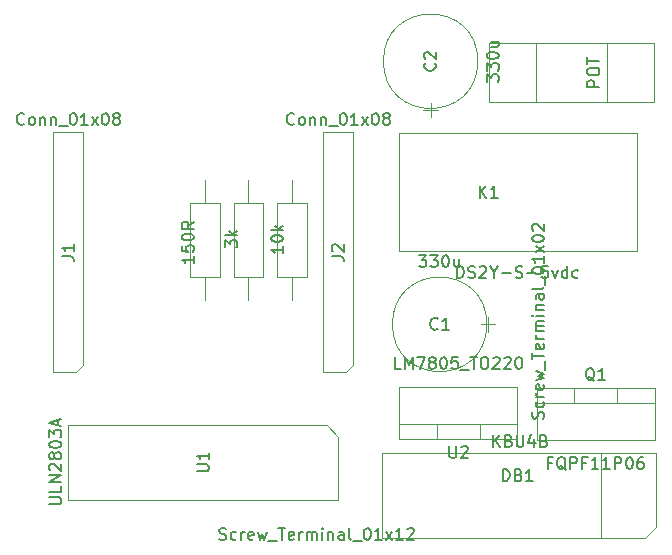
<source format=gbr>
G04 #@! TF.GenerationSoftware,KiCad,Pcbnew,(5.1.8)-1*
G04 #@! TF.CreationDate,2021-03-02T12:26:28+01:00*
G04 #@! TF.ProjectId,Lokstyrning,4c6f6b73-7479-4726-9e69-6e672e6b6963,rev?*
G04 #@! TF.SameCoordinates,Original*
G04 #@! TF.FileFunction,Other,Fab,Top*
%FSLAX46Y46*%
G04 Gerber Fmt 4.6, Leading zero omitted, Abs format (unit mm)*
G04 Created by KiCad (PCBNEW (5.1.8)-1) date 2021-03-02 12:26:28*
%MOMM*%
%LPD*%
G01*
G04 APERTURE LIST*
%ADD10C,0.120000*%
%ADD11C,0.100000*%
%ADD12C,0.150000*%
G04 APERTURE END LIST*
D10*
X221650000Y-104235000D02*
X221650000Y-97035000D01*
D11*
X226250000Y-103235000D02*
X226250000Y-97035000D01*
X225350000Y-104235000D02*
X226250000Y-103235000D01*
X203050000Y-104235000D02*
X225350000Y-104235000D01*
D10*
X203050000Y-97035000D02*
X203050000Y-104235000D01*
D11*
X226250000Y-97035000D02*
X203050000Y-97035000D01*
X224700000Y-69930000D02*
X224700000Y-79930000D01*
X224700000Y-79930000D02*
X204560000Y-79930000D01*
X204560000Y-79930000D02*
X204560000Y-69930000D01*
X204560000Y-69930000D02*
X224700000Y-69930000D01*
X199390000Y-95615000D02*
X199390000Y-100965000D01*
X199390000Y-100965000D02*
X176530000Y-100965000D01*
X176530000Y-100965000D02*
X176530000Y-94615000D01*
X176530000Y-94615000D02*
X198390000Y-94615000D01*
X198390000Y-94615000D02*
X199390000Y-95615000D01*
X177165000Y-90170000D02*
X175260000Y-90170000D01*
X175260000Y-90170000D02*
X175260000Y-69850000D01*
X175260000Y-69850000D02*
X177800000Y-69850000D01*
X177800000Y-69850000D02*
X177800000Y-89535000D01*
X177800000Y-89535000D02*
X177165000Y-90170000D01*
X200025000Y-90170000D02*
X198120000Y-90170000D01*
X198120000Y-90170000D02*
X198120000Y-69850000D01*
X198120000Y-69850000D02*
X200660000Y-69850000D01*
X200660000Y-69850000D02*
X200660000Y-89535000D01*
X200660000Y-89535000D02*
X200025000Y-90170000D01*
X189337000Y-75844000D02*
X186837000Y-75844000D01*
X186837000Y-75844000D02*
X186837000Y-82144000D01*
X186837000Y-82144000D02*
X189337000Y-82144000D01*
X189337000Y-82144000D02*
X189337000Y-75844000D01*
X188087000Y-73914000D02*
X188087000Y-75844000D01*
X188087000Y-84074000D02*
X188087000Y-82144000D01*
X190520000Y-82144000D02*
X193020000Y-82144000D01*
X193020000Y-82144000D02*
X193020000Y-75844000D01*
X193020000Y-75844000D02*
X190520000Y-75844000D01*
X190520000Y-75844000D02*
X190520000Y-82144000D01*
X191770000Y-84074000D02*
X191770000Y-82144000D01*
X191770000Y-73914000D02*
X191770000Y-75844000D01*
X212122000Y-62271900D02*
X226122000Y-62271900D01*
X226122000Y-62271900D02*
X226122000Y-67271900D01*
X226122000Y-67271900D02*
X212122000Y-67271900D01*
X212122000Y-67271900D02*
X212122000Y-62271900D01*
X216122000Y-67271900D02*
X222122000Y-67271900D01*
X222122000Y-67271900D02*
X222122000Y-62271900D01*
X222122000Y-62271900D02*
X216122000Y-62271900D01*
X216122000Y-62271900D02*
X216122000Y-67271900D01*
X214550000Y-95845000D02*
X214550000Y-91445000D01*
X214550000Y-91445000D02*
X204550000Y-91445000D01*
X204550000Y-91445000D02*
X204550000Y-95845000D01*
X204550000Y-95845000D02*
X214550000Y-95845000D01*
X214550000Y-94575000D02*
X204550000Y-94575000D01*
X211400000Y-95845000D02*
X211400000Y-94575000D01*
X207700000Y-95845000D02*
X207700000Y-94575000D01*
X211964400Y-86118700D02*
G75*
G03*
X211964400Y-86118700I-4000000J0D01*
G01*
X212664400Y-86118700D02*
X211464400Y-86118700D01*
X212064400Y-86768700D02*
X212064400Y-85468700D01*
X211200500Y-63844800D02*
G75*
G03*
X211200500Y-63844800I-4000000J0D01*
G01*
X207200500Y-68544800D02*
X207200500Y-67344800D01*
X206550500Y-67944800D02*
X207850500Y-67944800D01*
X216170500Y-91480000D02*
X216170500Y-95880000D01*
X216170500Y-95880000D02*
X226170500Y-95880000D01*
X226170500Y-95880000D02*
X226170500Y-91480000D01*
X226170500Y-91480000D02*
X216170500Y-91480000D01*
X216170500Y-92750000D02*
X226170500Y-92750000D01*
X219320500Y-91480000D02*
X219320500Y-92750000D01*
X223020500Y-91480000D02*
X223020500Y-92750000D01*
X196703000Y-75844000D02*
X194203000Y-75844000D01*
X194203000Y-75844000D02*
X194203000Y-82144000D01*
X194203000Y-82144000D02*
X196703000Y-82144000D01*
X196703000Y-82144000D02*
X196703000Y-75844000D01*
X195453000Y-73914000D02*
X195453000Y-75844000D01*
X195453000Y-84074000D02*
X195453000Y-82144000D01*
D12*
X212488095Y-96487380D02*
X212488095Y-95487380D01*
X213059523Y-96487380D02*
X212630952Y-95915952D01*
X213059523Y-95487380D02*
X212488095Y-96058809D01*
X213821428Y-95963571D02*
X213964285Y-96011190D01*
X214011904Y-96058809D01*
X214059523Y-96154047D01*
X214059523Y-96296904D01*
X214011904Y-96392142D01*
X213964285Y-96439761D01*
X213869047Y-96487380D01*
X213488095Y-96487380D01*
X213488095Y-95487380D01*
X213821428Y-95487380D01*
X213916666Y-95535000D01*
X213964285Y-95582619D01*
X214011904Y-95677857D01*
X214011904Y-95773095D01*
X213964285Y-95868333D01*
X213916666Y-95915952D01*
X213821428Y-95963571D01*
X213488095Y-95963571D01*
X214488095Y-95487380D02*
X214488095Y-96296904D01*
X214535714Y-96392142D01*
X214583333Y-96439761D01*
X214678571Y-96487380D01*
X214869047Y-96487380D01*
X214964285Y-96439761D01*
X215011904Y-96392142D01*
X215059523Y-96296904D01*
X215059523Y-95487380D01*
X215964285Y-95820714D02*
X215964285Y-96487380D01*
X215726190Y-95439761D02*
X215488095Y-96154047D01*
X216107142Y-96154047D01*
X216821428Y-95963571D02*
X216964285Y-96011190D01*
X217011904Y-96058809D01*
X217059523Y-96154047D01*
X217059523Y-96296904D01*
X217011904Y-96392142D01*
X216964285Y-96439761D01*
X216869047Y-96487380D01*
X216488095Y-96487380D01*
X216488095Y-95487380D01*
X216821428Y-95487380D01*
X216916666Y-95535000D01*
X216964285Y-95582619D01*
X217011904Y-95677857D01*
X217011904Y-95773095D01*
X216964285Y-95868333D01*
X216916666Y-95915952D01*
X216821428Y-95963571D01*
X216488095Y-95963571D01*
X213311904Y-99387380D02*
X213311904Y-98387380D01*
X213550000Y-98387380D01*
X213692857Y-98435000D01*
X213788095Y-98530238D01*
X213835714Y-98625476D01*
X213883333Y-98815952D01*
X213883333Y-98958809D01*
X213835714Y-99149285D01*
X213788095Y-99244523D01*
X213692857Y-99339761D01*
X213550000Y-99387380D01*
X213311904Y-99387380D01*
X214645238Y-98863571D02*
X214788095Y-98911190D01*
X214835714Y-98958809D01*
X214883333Y-99054047D01*
X214883333Y-99196904D01*
X214835714Y-99292142D01*
X214788095Y-99339761D01*
X214692857Y-99387380D01*
X214311904Y-99387380D01*
X214311904Y-98387380D01*
X214645238Y-98387380D01*
X214740476Y-98435000D01*
X214788095Y-98482619D01*
X214835714Y-98577857D01*
X214835714Y-98673095D01*
X214788095Y-98768333D01*
X214740476Y-98815952D01*
X214645238Y-98863571D01*
X214311904Y-98863571D01*
X215835714Y-99387380D02*
X215264285Y-99387380D01*
X215550000Y-99387380D02*
X215550000Y-98387380D01*
X215454761Y-98530238D01*
X215359523Y-98625476D01*
X215264285Y-98673095D01*
X209444761Y-82192380D02*
X209444761Y-81192380D01*
X209682857Y-81192380D01*
X209825714Y-81240000D01*
X209920952Y-81335238D01*
X209968571Y-81430476D01*
X210016190Y-81620952D01*
X210016190Y-81763809D01*
X209968571Y-81954285D01*
X209920952Y-82049523D01*
X209825714Y-82144761D01*
X209682857Y-82192380D01*
X209444761Y-82192380D01*
X210397142Y-82144761D02*
X210540000Y-82192380D01*
X210778095Y-82192380D01*
X210873333Y-82144761D01*
X210920952Y-82097142D01*
X210968571Y-82001904D01*
X210968571Y-81906666D01*
X210920952Y-81811428D01*
X210873333Y-81763809D01*
X210778095Y-81716190D01*
X210587619Y-81668571D01*
X210492380Y-81620952D01*
X210444761Y-81573333D01*
X210397142Y-81478095D01*
X210397142Y-81382857D01*
X210444761Y-81287619D01*
X210492380Y-81240000D01*
X210587619Y-81192380D01*
X210825714Y-81192380D01*
X210968571Y-81240000D01*
X211349523Y-81287619D02*
X211397142Y-81240000D01*
X211492380Y-81192380D01*
X211730476Y-81192380D01*
X211825714Y-81240000D01*
X211873333Y-81287619D01*
X211920952Y-81382857D01*
X211920952Y-81478095D01*
X211873333Y-81620952D01*
X211301904Y-82192380D01*
X211920952Y-82192380D01*
X212540000Y-81716190D02*
X212540000Y-82192380D01*
X212206666Y-81192380D02*
X212540000Y-81716190D01*
X212873333Y-81192380D01*
X213206666Y-81811428D02*
X213968571Y-81811428D01*
X214397142Y-82144761D02*
X214540000Y-82192380D01*
X214778095Y-82192380D01*
X214873333Y-82144761D01*
X214920952Y-82097142D01*
X214968571Y-82001904D01*
X214968571Y-81906666D01*
X214920952Y-81811428D01*
X214873333Y-81763809D01*
X214778095Y-81716190D01*
X214587619Y-81668571D01*
X214492380Y-81620952D01*
X214444761Y-81573333D01*
X214397142Y-81478095D01*
X214397142Y-81382857D01*
X214444761Y-81287619D01*
X214492380Y-81240000D01*
X214587619Y-81192380D01*
X214825714Y-81192380D01*
X214968571Y-81240000D01*
X215397142Y-81811428D02*
X216159047Y-81811428D01*
X217111428Y-81192380D02*
X216635238Y-81192380D01*
X216587619Y-81668571D01*
X216635238Y-81620952D01*
X216730476Y-81573333D01*
X216968571Y-81573333D01*
X217063809Y-81620952D01*
X217111428Y-81668571D01*
X217159047Y-81763809D01*
X217159047Y-82001904D01*
X217111428Y-82097142D01*
X217063809Y-82144761D01*
X216968571Y-82192380D01*
X216730476Y-82192380D01*
X216635238Y-82144761D01*
X216587619Y-82097142D01*
X217492380Y-81525714D02*
X217730476Y-82192380D01*
X217968571Y-81525714D01*
X218778095Y-82192380D02*
X218778095Y-81192380D01*
X218778095Y-82144761D02*
X218682857Y-82192380D01*
X218492380Y-82192380D01*
X218397142Y-82144761D01*
X218349523Y-82097142D01*
X218301904Y-82001904D01*
X218301904Y-81716190D01*
X218349523Y-81620952D01*
X218397142Y-81573333D01*
X218492380Y-81525714D01*
X218682857Y-81525714D01*
X218778095Y-81573333D01*
X219682857Y-82144761D02*
X219587619Y-82192380D01*
X219397142Y-82192380D01*
X219301904Y-82144761D01*
X219254285Y-82097142D01*
X219206666Y-82001904D01*
X219206666Y-81716190D01*
X219254285Y-81620952D01*
X219301904Y-81573333D01*
X219397142Y-81525714D01*
X219587619Y-81525714D01*
X219682857Y-81573333D01*
X211351904Y-75382380D02*
X211351904Y-74382380D01*
X211923333Y-75382380D02*
X211494761Y-74810952D01*
X211923333Y-74382380D02*
X211351904Y-74953809D01*
X212875714Y-75382380D02*
X212304285Y-75382380D01*
X212590000Y-75382380D02*
X212590000Y-74382380D01*
X212494761Y-74525238D01*
X212399523Y-74620476D01*
X212304285Y-74668095D01*
X174922380Y-101337619D02*
X175731904Y-101337619D01*
X175827142Y-101290000D01*
X175874761Y-101242380D01*
X175922380Y-101147142D01*
X175922380Y-100956666D01*
X175874761Y-100861428D01*
X175827142Y-100813809D01*
X175731904Y-100766190D01*
X174922380Y-100766190D01*
X175922380Y-99813809D02*
X175922380Y-100290000D01*
X174922380Y-100290000D01*
X175922380Y-99480476D02*
X174922380Y-99480476D01*
X175922380Y-98909047D01*
X174922380Y-98909047D01*
X175017619Y-98480476D02*
X174970000Y-98432857D01*
X174922380Y-98337619D01*
X174922380Y-98099523D01*
X174970000Y-98004285D01*
X175017619Y-97956666D01*
X175112857Y-97909047D01*
X175208095Y-97909047D01*
X175350952Y-97956666D01*
X175922380Y-98528095D01*
X175922380Y-97909047D01*
X175350952Y-97337619D02*
X175303333Y-97432857D01*
X175255714Y-97480476D01*
X175160476Y-97528095D01*
X175112857Y-97528095D01*
X175017619Y-97480476D01*
X174970000Y-97432857D01*
X174922380Y-97337619D01*
X174922380Y-97147142D01*
X174970000Y-97051904D01*
X175017619Y-97004285D01*
X175112857Y-96956666D01*
X175160476Y-96956666D01*
X175255714Y-97004285D01*
X175303333Y-97051904D01*
X175350952Y-97147142D01*
X175350952Y-97337619D01*
X175398571Y-97432857D01*
X175446190Y-97480476D01*
X175541428Y-97528095D01*
X175731904Y-97528095D01*
X175827142Y-97480476D01*
X175874761Y-97432857D01*
X175922380Y-97337619D01*
X175922380Y-97147142D01*
X175874761Y-97051904D01*
X175827142Y-97004285D01*
X175731904Y-96956666D01*
X175541428Y-96956666D01*
X175446190Y-97004285D01*
X175398571Y-97051904D01*
X175350952Y-97147142D01*
X174922380Y-96337619D02*
X174922380Y-96242380D01*
X174970000Y-96147142D01*
X175017619Y-96099523D01*
X175112857Y-96051904D01*
X175303333Y-96004285D01*
X175541428Y-96004285D01*
X175731904Y-96051904D01*
X175827142Y-96099523D01*
X175874761Y-96147142D01*
X175922380Y-96242380D01*
X175922380Y-96337619D01*
X175874761Y-96432857D01*
X175827142Y-96480476D01*
X175731904Y-96528095D01*
X175541428Y-96575714D01*
X175303333Y-96575714D01*
X175112857Y-96528095D01*
X175017619Y-96480476D01*
X174970000Y-96432857D01*
X174922380Y-96337619D01*
X174922380Y-95670952D02*
X174922380Y-95051904D01*
X175303333Y-95385238D01*
X175303333Y-95242380D01*
X175350952Y-95147142D01*
X175398571Y-95099523D01*
X175493809Y-95051904D01*
X175731904Y-95051904D01*
X175827142Y-95099523D01*
X175874761Y-95147142D01*
X175922380Y-95242380D01*
X175922380Y-95528095D01*
X175874761Y-95623333D01*
X175827142Y-95670952D01*
X175636666Y-94670952D02*
X175636666Y-94194761D01*
X175922380Y-94766190D02*
X174922380Y-94432857D01*
X175922380Y-94099523D01*
X187412380Y-98551904D02*
X188221904Y-98551904D01*
X188317142Y-98504285D01*
X188364761Y-98456666D01*
X188412380Y-98361428D01*
X188412380Y-98170952D01*
X188364761Y-98075714D01*
X188317142Y-98028095D01*
X188221904Y-97980476D01*
X187412380Y-97980476D01*
X188412380Y-96980476D02*
X188412380Y-97551904D01*
X188412380Y-97266190D02*
X187412380Y-97266190D01*
X187555238Y-97361428D01*
X187650476Y-97456666D01*
X187698095Y-97551904D01*
X172791904Y-69147142D02*
X172744285Y-69194761D01*
X172601428Y-69242380D01*
X172506190Y-69242380D01*
X172363333Y-69194761D01*
X172268095Y-69099523D01*
X172220476Y-69004285D01*
X172172857Y-68813809D01*
X172172857Y-68670952D01*
X172220476Y-68480476D01*
X172268095Y-68385238D01*
X172363333Y-68290000D01*
X172506190Y-68242380D01*
X172601428Y-68242380D01*
X172744285Y-68290000D01*
X172791904Y-68337619D01*
X173363333Y-69242380D02*
X173268095Y-69194761D01*
X173220476Y-69147142D01*
X173172857Y-69051904D01*
X173172857Y-68766190D01*
X173220476Y-68670952D01*
X173268095Y-68623333D01*
X173363333Y-68575714D01*
X173506190Y-68575714D01*
X173601428Y-68623333D01*
X173649047Y-68670952D01*
X173696666Y-68766190D01*
X173696666Y-69051904D01*
X173649047Y-69147142D01*
X173601428Y-69194761D01*
X173506190Y-69242380D01*
X173363333Y-69242380D01*
X174125238Y-68575714D02*
X174125238Y-69242380D01*
X174125238Y-68670952D02*
X174172857Y-68623333D01*
X174268095Y-68575714D01*
X174410952Y-68575714D01*
X174506190Y-68623333D01*
X174553809Y-68718571D01*
X174553809Y-69242380D01*
X175030000Y-68575714D02*
X175030000Y-69242380D01*
X175030000Y-68670952D02*
X175077619Y-68623333D01*
X175172857Y-68575714D01*
X175315714Y-68575714D01*
X175410952Y-68623333D01*
X175458571Y-68718571D01*
X175458571Y-69242380D01*
X175696666Y-69337619D02*
X176458571Y-69337619D01*
X176887142Y-68242380D02*
X176982380Y-68242380D01*
X177077619Y-68290000D01*
X177125238Y-68337619D01*
X177172857Y-68432857D01*
X177220476Y-68623333D01*
X177220476Y-68861428D01*
X177172857Y-69051904D01*
X177125238Y-69147142D01*
X177077619Y-69194761D01*
X176982380Y-69242380D01*
X176887142Y-69242380D01*
X176791904Y-69194761D01*
X176744285Y-69147142D01*
X176696666Y-69051904D01*
X176649047Y-68861428D01*
X176649047Y-68623333D01*
X176696666Y-68432857D01*
X176744285Y-68337619D01*
X176791904Y-68290000D01*
X176887142Y-68242380D01*
X178172857Y-69242380D02*
X177601428Y-69242380D01*
X177887142Y-69242380D02*
X177887142Y-68242380D01*
X177791904Y-68385238D01*
X177696666Y-68480476D01*
X177601428Y-68528095D01*
X178506190Y-69242380D02*
X179030000Y-68575714D01*
X178506190Y-68575714D02*
X179030000Y-69242380D01*
X179601428Y-68242380D02*
X179696666Y-68242380D01*
X179791904Y-68290000D01*
X179839523Y-68337619D01*
X179887142Y-68432857D01*
X179934761Y-68623333D01*
X179934761Y-68861428D01*
X179887142Y-69051904D01*
X179839523Y-69147142D01*
X179791904Y-69194761D01*
X179696666Y-69242380D01*
X179601428Y-69242380D01*
X179506190Y-69194761D01*
X179458571Y-69147142D01*
X179410952Y-69051904D01*
X179363333Y-68861428D01*
X179363333Y-68623333D01*
X179410952Y-68432857D01*
X179458571Y-68337619D01*
X179506190Y-68290000D01*
X179601428Y-68242380D01*
X180506190Y-68670952D02*
X180410952Y-68623333D01*
X180363333Y-68575714D01*
X180315714Y-68480476D01*
X180315714Y-68432857D01*
X180363333Y-68337619D01*
X180410952Y-68290000D01*
X180506190Y-68242380D01*
X180696666Y-68242380D01*
X180791904Y-68290000D01*
X180839523Y-68337619D01*
X180887142Y-68432857D01*
X180887142Y-68480476D01*
X180839523Y-68575714D01*
X180791904Y-68623333D01*
X180696666Y-68670952D01*
X180506190Y-68670952D01*
X180410952Y-68718571D01*
X180363333Y-68766190D01*
X180315714Y-68861428D01*
X180315714Y-69051904D01*
X180363333Y-69147142D01*
X180410952Y-69194761D01*
X180506190Y-69242380D01*
X180696666Y-69242380D01*
X180791904Y-69194761D01*
X180839523Y-69147142D01*
X180887142Y-69051904D01*
X180887142Y-68861428D01*
X180839523Y-68766190D01*
X180791904Y-68718571D01*
X180696666Y-68670952D01*
X175982380Y-80343333D02*
X176696666Y-80343333D01*
X176839523Y-80390952D01*
X176934761Y-80486190D01*
X176982380Y-80629047D01*
X176982380Y-80724285D01*
X176982380Y-79343333D02*
X176982380Y-79914761D01*
X176982380Y-79629047D02*
X175982380Y-79629047D01*
X176125238Y-79724285D01*
X176220476Y-79819523D01*
X176268095Y-79914761D01*
X195651904Y-69147142D02*
X195604285Y-69194761D01*
X195461428Y-69242380D01*
X195366190Y-69242380D01*
X195223333Y-69194761D01*
X195128095Y-69099523D01*
X195080476Y-69004285D01*
X195032857Y-68813809D01*
X195032857Y-68670952D01*
X195080476Y-68480476D01*
X195128095Y-68385238D01*
X195223333Y-68290000D01*
X195366190Y-68242380D01*
X195461428Y-68242380D01*
X195604285Y-68290000D01*
X195651904Y-68337619D01*
X196223333Y-69242380D02*
X196128095Y-69194761D01*
X196080476Y-69147142D01*
X196032857Y-69051904D01*
X196032857Y-68766190D01*
X196080476Y-68670952D01*
X196128095Y-68623333D01*
X196223333Y-68575714D01*
X196366190Y-68575714D01*
X196461428Y-68623333D01*
X196509047Y-68670952D01*
X196556666Y-68766190D01*
X196556666Y-69051904D01*
X196509047Y-69147142D01*
X196461428Y-69194761D01*
X196366190Y-69242380D01*
X196223333Y-69242380D01*
X196985238Y-68575714D02*
X196985238Y-69242380D01*
X196985238Y-68670952D02*
X197032857Y-68623333D01*
X197128095Y-68575714D01*
X197270952Y-68575714D01*
X197366190Y-68623333D01*
X197413809Y-68718571D01*
X197413809Y-69242380D01*
X197890000Y-68575714D02*
X197890000Y-69242380D01*
X197890000Y-68670952D02*
X197937619Y-68623333D01*
X198032857Y-68575714D01*
X198175714Y-68575714D01*
X198270952Y-68623333D01*
X198318571Y-68718571D01*
X198318571Y-69242380D01*
X198556666Y-69337619D02*
X199318571Y-69337619D01*
X199747142Y-68242380D02*
X199842380Y-68242380D01*
X199937619Y-68290000D01*
X199985238Y-68337619D01*
X200032857Y-68432857D01*
X200080476Y-68623333D01*
X200080476Y-68861428D01*
X200032857Y-69051904D01*
X199985238Y-69147142D01*
X199937619Y-69194761D01*
X199842380Y-69242380D01*
X199747142Y-69242380D01*
X199651904Y-69194761D01*
X199604285Y-69147142D01*
X199556666Y-69051904D01*
X199509047Y-68861428D01*
X199509047Y-68623333D01*
X199556666Y-68432857D01*
X199604285Y-68337619D01*
X199651904Y-68290000D01*
X199747142Y-68242380D01*
X201032857Y-69242380D02*
X200461428Y-69242380D01*
X200747142Y-69242380D02*
X200747142Y-68242380D01*
X200651904Y-68385238D01*
X200556666Y-68480476D01*
X200461428Y-68528095D01*
X201366190Y-69242380D02*
X201890000Y-68575714D01*
X201366190Y-68575714D02*
X201890000Y-69242380D01*
X202461428Y-68242380D02*
X202556666Y-68242380D01*
X202651904Y-68290000D01*
X202699523Y-68337619D01*
X202747142Y-68432857D01*
X202794761Y-68623333D01*
X202794761Y-68861428D01*
X202747142Y-69051904D01*
X202699523Y-69147142D01*
X202651904Y-69194761D01*
X202556666Y-69242380D01*
X202461428Y-69242380D01*
X202366190Y-69194761D01*
X202318571Y-69147142D01*
X202270952Y-69051904D01*
X202223333Y-68861428D01*
X202223333Y-68623333D01*
X202270952Y-68432857D01*
X202318571Y-68337619D01*
X202366190Y-68290000D01*
X202461428Y-68242380D01*
X203366190Y-68670952D02*
X203270952Y-68623333D01*
X203223333Y-68575714D01*
X203175714Y-68480476D01*
X203175714Y-68432857D01*
X203223333Y-68337619D01*
X203270952Y-68290000D01*
X203366190Y-68242380D01*
X203556666Y-68242380D01*
X203651904Y-68290000D01*
X203699523Y-68337619D01*
X203747142Y-68432857D01*
X203747142Y-68480476D01*
X203699523Y-68575714D01*
X203651904Y-68623333D01*
X203556666Y-68670952D01*
X203366190Y-68670952D01*
X203270952Y-68718571D01*
X203223333Y-68766190D01*
X203175714Y-68861428D01*
X203175714Y-69051904D01*
X203223333Y-69147142D01*
X203270952Y-69194761D01*
X203366190Y-69242380D01*
X203556666Y-69242380D01*
X203651904Y-69194761D01*
X203699523Y-69147142D01*
X203747142Y-69051904D01*
X203747142Y-68861428D01*
X203699523Y-68766190D01*
X203651904Y-68718571D01*
X203556666Y-68670952D01*
X198842380Y-80343333D02*
X199556666Y-80343333D01*
X199699523Y-80390952D01*
X199794761Y-80486190D01*
X199842380Y-80629047D01*
X199842380Y-80724285D01*
X198937619Y-79914761D02*
X198890000Y-79867142D01*
X198842380Y-79771904D01*
X198842380Y-79533809D01*
X198890000Y-79438571D01*
X198937619Y-79390952D01*
X199032857Y-79343333D01*
X199128095Y-79343333D01*
X199270952Y-79390952D01*
X199842380Y-79962380D01*
X199842380Y-79343333D01*
X187142380Y-80351166D02*
X187142380Y-80922595D01*
X187142380Y-80636880D02*
X186142380Y-80636880D01*
X186285238Y-80732119D01*
X186380476Y-80827357D01*
X186428095Y-80922595D01*
X186142380Y-79446404D02*
X186142380Y-79922595D01*
X186618571Y-79970214D01*
X186570952Y-79922595D01*
X186523333Y-79827357D01*
X186523333Y-79589261D01*
X186570952Y-79494023D01*
X186618571Y-79446404D01*
X186713809Y-79398785D01*
X186951904Y-79398785D01*
X187047142Y-79446404D01*
X187094761Y-79494023D01*
X187142380Y-79589261D01*
X187142380Y-79827357D01*
X187094761Y-79922595D01*
X187047142Y-79970214D01*
X186142380Y-78779738D02*
X186142380Y-78684500D01*
X186190000Y-78589261D01*
X186237619Y-78541642D01*
X186332857Y-78494023D01*
X186523333Y-78446404D01*
X186761428Y-78446404D01*
X186951904Y-78494023D01*
X187047142Y-78541642D01*
X187094761Y-78589261D01*
X187142380Y-78684500D01*
X187142380Y-78779738D01*
X187094761Y-78874976D01*
X187047142Y-78922595D01*
X186951904Y-78970214D01*
X186761428Y-79017833D01*
X186523333Y-79017833D01*
X186332857Y-78970214D01*
X186237619Y-78922595D01*
X186190000Y-78874976D01*
X186142380Y-78779738D01*
X187142380Y-77446404D02*
X186666190Y-77779738D01*
X187142380Y-78017833D02*
X186142380Y-78017833D01*
X186142380Y-77636880D01*
X186190000Y-77541642D01*
X186237619Y-77494023D01*
X186332857Y-77446404D01*
X186475714Y-77446404D01*
X186570952Y-77494023D01*
X186618571Y-77541642D01*
X186666190Y-77636880D01*
X186666190Y-78017833D01*
X189825380Y-79605095D02*
X189825380Y-78986047D01*
X190206333Y-79319380D01*
X190206333Y-79176523D01*
X190253952Y-79081285D01*
X190301571Y-79033666D01*
X190396809Y-78986047D01*
X190634904Y-78986047D01*
X190730142Y-79033666D01*
X190777761Y-79081285D01*
X190825380Y-79176523D01*
X190825380Y-79462238D01*
X190777761Y-79557476D01*
X190730142Y-79605095D01*
X190825380Y-78557476D02*
X189825380Y-78557476D01*
X190444428Y-78462238D02*
X190825380Y-78176523D01*
X190158714Y-78176523D02*
X190539666Y-78557476D01*
X221483180Y-66000166D02*
X220483180Y-66000166D01*
X220483180Y-65619214D01*
X220530800Y-65523976D01*
X220578419Y-65476357D01*
X220673657Y-65428738D01*
X220816514Y-65428738D01*
X220911752Y-65476357D01*
X220959371Y-65523976D01*
X221006990Y-65619214D01*
X221006990Y-66000166D01*
X220483180Y-64809690D02*
X220483180Y-64619214D01*
X220530800Y-64523976D01*
X220626038Y-64428738D01*
X220816514Y-64381119D01*
X221149847Y-64381119D01*
X221340323Y-64428738D01*
X221435561Y-64523976D01*
X221483180Y-64619214D01*
X221483180Y-64809690D01*
X221435561Y-64904928D01*
X221340323Y-65000166D01*
X221149847Y-65047785D01*
X220816514Y-65047785D01*
X220626038Y-65000166D01*
X220530800Y-64904928D01*
X220483180Y-64809690D01*
X220483180Y-64095404D02*
X220483180Y-63523976D01*
X221483180Y-63809690D02*
X220483180Y-63809690D01*
X204669047Y-89877380D02*
X204192857Y-89877380D01*
X204192857Y-88877380D01*
X205002380Y-89877380D02*
X205002380Y-88877380D01*
X205335714Y-89591666D01*
X205669047Y-88877380D01*
X205669047Y-89877380D01*
X206050000Y-88877380D02*
X206716666Y-88877380D01*
X206288095Y-89877380D01*
X207240476Y-89305952D02*
X207145238Y-89258333D01*
X207097619Y-89210714D01*
X207050000Y-89115476D01*
X207050000Y-89067857D01*
X207097619Y-88972619D01*
X207145238Y-88925000D01*
X207240476Y-88877380D01*
X207430952Y-88877380D01*
X207526190Y-88925000D01*
X207573809Y-88972619D01*
X207621428Y-89067857D01*
X207621428Y-89115476D01*
X207573809Y-89210714D01*
X207526190Y-89258333D01*
X207430952Y-89305952D01*
X207240476Y-89305952D01*
X207145238Y-89353571D01*
X207097619Y-89401190D01*
X207050000Y-89496428D01*
X207050000Y-89686904D01*
X207097619Y-89782142D01*
X207145238Y-89829761D01*
X207240476Y-89877380D01*
X207430952Y-89877380D01*
X207526190Y-89829761D01*
X207573809Y-89782142D01*
X207621428Y-89686904D01*
X207621428Y-89496428D01*
X207573809Y-89401190D01*
X207526190Y-89353571D01*
X207430952Y-89305952D01*
X208240476Y-88877380D02*
X208335714Y-88877380D01*
X208430952Y-88925000D01*
X208478571Y-88972619D01*
X208526190Y-89067857D01*
X208573809Y-89258333D01*
X208573809Y-89496428D01*
X208526190Y-89686904D01*
X208478571Y-89782142D01*
X208430952Y-89829761D01*
X208335714Y-89877380D01*
X208240476Y-89877380D01*
X208145238Y-89829761D01*
X208097619Y-89782142D01*
X208050000Y-89686904D01*
X208002380Y-89496428D01*
X208002380Y-89258333D01*
X208050000Y-89067857D01*
X208097619Y-88972619D01*
X208145238Y-88925000D01*
X208240476Y-88877380D01*
X209478571Y-88877380D02*
X209002380Y-88877380D01*
X208954761Y-89353571D01*
X209002380Y-89305952D01*
X209097619Y-89258333D01*
X209335714Y-89258333D01*
X209430952Y-89305952D01*
X209478571Y-89353571D01*
X209526190Y-89448809D01*
X209526190Y-89686904D01*
X209478571Y-89782142D01*
X209430952Y-89829761D01*
X209335714Y-89877380D01*
X209097619Y-89877380D01*
X209002380Y-89829761D01*
X208954761Y-89782142D01*
X209716666Y-89972619D02*
X210478571Y-89972619D01*
X210573809Y-88877380D02*
X211145238Y-88877380D01*
X210859523Y-89877380D02*
X210859523Y-88877380D01*
X211669047Y-88877380D02*
X211859523Y-88877380D01*
X211954761Y-88925000D01*
X212050000Y-89020238D01*
X212097619Y-89210714D01*
X212097619Y-89544047D01*
X212050000Y-89734523D01*
X211954761Y-89829761D01*
X211859523Y-89877380D01*
X211669047Y-89877380D01*
X211573809Y-89829761D01*
X211478571Y-89734523D01*
X211430952Y-89544047D01*
X211430952Y-89210714D01*
X211478571Y-89020238D01*
X211573809Y-88925000D01*
X211669047Y-88877380D01*
X212478571Y-88972619D02*
X212526190Y-88925000D01*
X212621428Y-88877380D01*
X212859523Y-88877380D01*
X212954761Y-88925000D01*
X213002380Y-88972619D01*
X213050000Y-89067857D01*
X213050000Y-89163095D01*
X213002380Y-89305952D01*
X212430952Y-89877380D01*
X213050000Y-89877380D01*
X213430952Y-88972619D02*
X213478571Y-88925000D01*
X213573809Y-88877380D01*
X213811904Y-88877380D01*
X213907142Y-88925000D01*
X213954761Y-88972619D01*
X214002380Y-89067857D01*
X214002380Y-89163095D01*
X213954761Y-89305952D01*
X213383333Y-89877380D01*
X214002380Y-89877380D01*
X214621428Y-88877380D02*
X214716666Y-88877380D01*
X214811904Y-88925000D01*
X214859523Y-88972619D01*
X214907142Y-89067857D01*
X214954761Y-89258333D01*
X214954761Y-89496428D01*
X214907142Y-89686904D01*
X214859523Y-89782142D01*
X214811904Y-89829761D01*
X214716666Y-89877380D01*
X214621428Y-89877380D01*
X214526190Y-89829761D01*
X214478571Y-89782142D01*
X214430952Y-89686904D01*
X214383333Y-89496428D01*
X214383333Y-89258333D01*
X214430952Y-89067857D01*
X214478571Y-88972619D01*
X214526190Y-88925000D01*
X214621428Y-88877380D01*
X208788095Y-96417380D02*
X208788095Y-97226904D01*
X208835714Y-97322142D01*
X208883333Y-97369761D01*
X208978571Y-97417380D01*
X209169047Y-97417380D01*
X209264285Y-97369761D01*
X209311904Y-97322142D01*
X209359523Y-97226904D01*
X209359523Y-96417380D01*
X209788095Y-96512619D02*
X209835714Y-96465000D01*
X209930952Y-96417380D01*
X210169047Y-96417380D01*
X210264285Y-96465000D01*
X210311904Y-96512619D01*
X210359523Y-96607857D01*
X210359523Y-96703095D01*
X210311904Y-96845952D01*
X209740476Y-97417380D01*
X210359523Y-97417380D01*
X206226304Y-80261080D02*
X206845352Y-80261080D01*
X206512019Y-80642033D01*
X206654876Y-80642033D01*
X206750114Y-80689652D01*
X206797733Y-80737271D01*
X206845352Y-80832509D01*
X206845352Y-81070604D01*
X206797733Y-81165842D01*
X206750114Y-81213461D01*
X206654876Y-81261080D01*
X206369161Y-81261080D01*
X206273923Y-81213461D01*
X206226304Y-81165842D01*
X207178685Y-80261080D02*
X207797733Y-80261080D01*
X207464400Y-80642033D01*
X207607257Y-80642033D01*
X207702495Y-80689652D01*
X207750114Y-80737271D01*
X207797733Y-80832509D01*
X207797733Y-81070604D01*
X207750114Y-81165842D01*
X207702495Y-81213461D01*
X207607257Y-81261080D01*
X207321542Y-81261080D01*
X207226304Y-81213461D01*
X207178685Y-81165842D01*
X208416780Y-80261080D02*
X208512019Y-80261080D01*
X208607257Y-80308700D01*
X208654876Y-80356319D01*
X208702495Y-80451557D01*
X208750114Y-80642033D01*
X208750114Y-80880128D01*
X208702495Y-81070604D01*
X208654876Y-81165842D01*
X208607257Y-81213461D01*
X208512019Y-81261080D01*
X208416780Y-81261080D01*
X208321542Y-81213461D01*
X208273923Y-81165842D01*
X208226304Y-81070604D01*
X208178685Y-80880128D01*
X208178685Y-80642033D01*
X208226304Y-80451557D01*
X208273923Y-80356319D01*
X208321542Y-80308700D01*
X208416780Y-80261080D01*
X209607257Y-80594414D02*
X209607257Y-81261080D01*
X209178685Y-80594414D02*
X209178685Y-81118223D01*
X209226304Y-81213461D01*
X209321542Y-81261080D01*
X209464400Y-81261080D01*
X209559638Y-81213461D01*
X209607257Y-81165842D01*
X207797733Y-86475842D02*
X207750114Y-86523461D01*
X207607257Y-86571080D01*
X207512019Y-86571080D01*
X207369161Y-86523461D01*
X207273923Y-86428223D01*
X207226304Y-86332985D01*
X207178685Y-86142509D01*
X207178685Y-85999652D01*
X207226304Y-85809176D01*
X207273923Y-85713938D01*
X207369161Y-85618700D01*
X207512019Y-85571080D01*
X207607257Y-85571080D01*
X207750114Y-85618700D01*
X207797733Y-85666319D01*
X208750114Y-86571080D02*
X208178685Y-86571080D01*
X208464400Y-86571080D02*
X208464400Y-85571080D01*
X208369161Y-85713938D01*
X208273923Y-85809176D01*
X208178685Y-85856795D01*
X211962880Y-65582895D02*
X211962880Y-64963847D01*
X212343833Y-65297180D01*
X212343833Y-65154323D01*
X212391452Y-65059085D01*
X212439071Y-65011466D01*
X212534309Y-64963847D01*
X212772404Y-64963847D01*
X212867642Y-65011466D01*
X212915261Y-65059085D01*
X212962880Y-65154323D01*
X212962880Y-65440038D01*
X212915261Y-65535276D01*
X212867642Y-65582895D01*
X211962880Y-64630514D02*
X211962880Y-64011466D01*
X212343833Y-64344800D01*
X212343833Y-64201942D01*
X212391452Y-64106704D01*
X212439071Y-64059085D01*
X212534309Y-64011466D01*
X212772404Y-64011466D01*
X212867642Y-64059085D01*
X212915261Y-64106704D01*
X212962880Y-64201942D01*
X212962880Y-64487657D01*
X212915261Y-64582895D01*
X212867642Y-64630514D01*
X211962880Y-63392419D02*
X211962880Y-63297180D01*
X212010500Y-63201942D01*
X212058119Y-63154323D01*
X212153357Y-63106704D01*
X212343833Y-63059085D01*
X212581928Y-63059085D01*
X212772404Y-63106704D01*
X212867642Y-63154323D01*
X212915261Y-63201942D01*
X212962880Y-63297180D01*
X212962880Y-63392419D01*
X212915261Y-63487657D01*
X212867642Y-63535276D01*
X212772404Y-63582895D01*
X212581928Y-63630514D01*
X212343833Y-63630514D01*
X212153357Y-63582895D01*
X212058119Y-63535276D01*
X212010500Y-63487657D01*
X211962880Y-63392419D01*
X212296214Y-62201942D02*
X212962880Y-62201942D01*
X212296214Y-62630514D02*
X212820023Y-62630514D01*
X212915261Y-62582895D01*
X212962880Y-62487657D01*
X212962880Y-62344800D01*
X212915261Y-62249561D01*
X212867642Y-62201942D01*
X207557642Y-64011466D02*
X207605261Y-64059085D01*
X207652880Y-64201942D01*
X207652880Y-64297180D01*
X207605261Y-64440038D01*
X207510023Y-64535276D01*
X207414785Y-64582895D01*
X207224309Y-64630514D01*
X207081452Y-64630514D01*
X206890976Y-64582895D01*
X206795738Y-64535276D01*
X206700500Y-64440038D01*
X206652880Y-64297180D01*
X206652880Y-64201942D01*
X206700500Y-64059085D01*
X206748119Y-64011466D01*
X206748119Y-63630514D02*
X206700500Y-63582895D01*
X206652880Y-63487657D01*
X206652880Y-63249561D01*
X206700500Y-63154323D01*
X206748119Y-63106704D01*
X206843357Y-63059085D01*
X206938595Y-63059085D01*
X207081452Y-63106704D01*
X207652880Y-63678133D01*
X207652880Y-63059085D01*
X189311603Y-104309740D02*
X189454460Y-104357359D01*
X189692556Y-104357359D01*
X189787794Y-104309740D01*
X189835413Y-104262121D01*
X189883032Y-104166883D01*
X189883032Y-104071645D01*
X189835413Y-103976407D01*
X189787794Y-103928788D01*
X189692556Y-103881169D01*
X189502079Y-103833550D01*
X189406841Y-103785931D01*
X189359222Y-103738312D01*
X189311603Y-103643074D01*
X189311603Y-103547836D01*
X189359222Y-103452598D01*
X189406841Y-103404979D01*
X189502079Y-103357359D01*
X189740175Y-103357359D01*
X189883032Y-103404979D01*
X190740175Y-104309740D02*
X190644937Y-104357359D01*
X190454460Y-104357359D01*
X190359222Y-104309740D01*
X190311603Y-104262121D01*
X190263984Y-104166883D01*
X190263984Y-103881169D01*
X190311603Y-103785931D01*
X190359222Y-103738312D01*
X190454460Y-103690693D01*
X190644937Y-103690693D01*
X190740175Y-103738312D01*
X191168746Y-104357359D02*
X191168746Y-103690693D01*
X191168746Y-103881169D02*
X191216365Y-103785931D01*
X191263984Y-103738312D01*
X191359222Y-103690693D01*
X191454460Y-103690693D01*
X192168746Y-104309740D02*
X192073508Y-104357359D01*
X191883032Y-104357359D01*
X191787794Y-104309740D01*
X191740175Y-104214502D01*
X191740175Y-103833550D01*
X191787794Y-103738312D01*
X191883032Y-103690693D01*
X192073508Y-103690693D01*
X192168746Y-103738312D01*
X192216365Y-103833550D01*
X192216365Y-103928788D01*
X191740175Y-104024026D01*
X192549699Y-103690693D02*
X192740175Y-104357359D01*
X192930651Y-103881169D01*
X193121127Y-104357359D01*
X193311603Y-103690693D01*
X193454460Y-104452598D02*
X194216365Y-104452598D01*
X194311603Y-103357359D02*
X194883032Y-103357359D01*
X194597318Y-104357359D02*
X194597318Y-103357359D01*
X195597318Y-104309740D02*
X195502079Y-104357359D01*
X195311603Y-104357359D01*
X195216365Y-104309740D01*
X195168746Y-104214502D01*
X195168746Y-103833550D01*
X195216365Y-103738312D01*
X195311603Y-103690693D01*
X195502079Y-103690693D01*
X195597318Y-103738312D01*
X195644937Y-103833550D01*
X195644937Y-103928788D01*
X195168746Y-104024026D01*
X196073508Y-104357359D02*
X196073508Y-103690693D01*
X196073508Y-103881169D02*
X196121127Y-103785931D01*
X196168746Y-103738312D01*
X196263984Y-103690693D01*
X196359222Y-103690693D01*
X196692556Y-104357359D02*
X196692556Y-103690693D01*
X196692556Y-103785931D02*
X196740175Y-103738312D01*
X196835413Y-103690693D01*
X196978270Y-103690693D01*
X197073508Y-103738312D01*
X197121127Y-103833550D01*
X197121127Y-104357359D01*
X197121127Y-103833550D02*
X197168746Y-103738312D01*
X197263984Y-103690693D01*
X197406841Y-103690693D01*
X197502079Y-103738312D01*
X197549699Y-103833550D01*
X197549699Y-104357359D01*
X198025889Y-104357359D02*
X198025889Y-103690693D01*
X198025889Y-103357359D02*
X197978270Y-103404979D01*
X198025889Y-103452598D01*
X198073508Y-103404979D01*
X198025889Y-103357359D01*
X198025889Y-103452598D01*
X198502079Y-103690693D02*
X198502079Y-104357359D01*
X198502079Y-103785931D02*
X198549699Y-103738312D01*
X198644937Y-103690693D01*
X198787794Y-103690693D01*
X198883032Y-103738312D01*
X198930651Y-103833550D01*
X198930651Y-104357359D01*
X199835413Y-104357359D02*
X199835413Y-103833550D01*
X199787794Y-103738312D01*
X199692556Y-103690693D01*
X199502079Y-103690693D01*
X199406841Y-103738312D01*
X199835413Y-104309740D02*
X199740175Y-104357359D01*
X199502079Y-104357359D01*
X199406841Y-104309740D01*
X199359222Y-104214502D01*
X199359222Y-104119264D01*
X199406841Y-104024026D01*
X199502079Y-103976407D01*
X199740175Y-103976407D01*
X199835413Y-103928788D01*
X200454460Y-104357359D02*
X200359222Y-104309740D01*
X200311603Y-104214502D01*
X200311603Y-103357359D01*
X200597318Y-104452598D02*
X201359222Y-104452598D01*
X201787794Y-103357359D02*
X201883032Y-103357359D01*
X201978270Y-103404979D01*
X202025889Y-103452598D01*
X202073508Y-103547836D01*
X202121127Y-103738312D01*
X202121127Y-103976407D01*
X202073508Y-104166883D01*
X202025889Y-104262121D01*
X201978270Y-104309740D01*
X201883032Y-104357359D01*
X201787794Y-104357359D01*
X201692556Y-104309740D01*
X201644937Y-104262121D01*
X201597318Y-104166883D01*
X201549699Y-103976407D01*
X201549699Y-103738312D01*
X201597318Y-103547836D01*
X201644937Y-103452598D01*
X201692556Y-103404979D01*
X201787794Y-103357359D01*
X203073508Y-104357359D02*
X202502079Y-104357359D01*
X202787794Y-104357359D02*
X202787794Y-103357359D01*
X202692556Y-103500217D01*
X202597318Y-103595455D01*
X202502079Y-103643074D01*
X203406841Y-104357359D02*
X203930651Y-103690693D01*
X203406841Y-103690693D02*
X203930651Y-104357359D01*
X204835413Y-104357359D02*
X204263984Y-104357359D01*
X204549699Y-104357359D02*
X204549699Y-103357359D01*
X204454460Y-103500217D01*
X204359222Y-103595455D01*
X204263984Y-103643074D01*
X205216365Y-103452598D02*
X205263984Y-103404979D01*
X205359222Y-103357359D01*
X205597318Y-103357359D01*
X205692556Y-103404979D01*
X205740175Y-103452598D01*
X205787794Y-103547836D01*
X205787794Y-103643074D01*
X205740175Y-103785931D01*
X205168746Y-104357359D01*
X205787794Y-104357359D01*
X216736561Y-94090095D02*
X216784180Y-93947238D01*
X216784180Y-93709142D01*
X216736561Y-93613904D01*
X216688942Y-93566285D01*
X216593704Y-93518666D01*
X216498466Y-93518666D01*
X216403228Y-93566285D01*
X216355609Y-93613904D01*
X216307990Y-93709142D01*
X216260371Y-93899619D01*
X216212752Y-93994857D01*
X216165133Y-94042476D01*
X216069895Y-94090095D01*
X215974657Y-94090095D01*
X215879419Y-94042476D01*
X215831800Y-93994857D01*
X215784180Y-93899619D01*
X215784180Y-93661523D01*
X215831800Y-93518666D01*
X216736561Y-92661523D02*
X216784180Y-92756761D01*
X216784180Y-92947238D01*
X216736561Y-93042476D01*
X216688942Y-93090095D01*
X216593704Y-93137714D01*
X216307990Y-93137714D01*
X216212752Y-93090095D01*
X216165133Y-93042476D01*
X216117514Y-92947238D01*
X216117514Y-92756761D01*
X216165133Y-92661523D01*
X216784180Y-92232952D02*
X216117514Y-92232952D01*
X216307990Y-92232952D02*
X216212752Y-92185333D01*
X216165133Y-92137714D01*
X216117514Y-92042476D01*
X216117514Y-91947238D01*
X216736561Y-91232952D02*
X216784180Y-91328190D01*
X216784180Y-91518666D01*
X216736561Y-91613904D01*
X216641323Y-91661523D01*
X216260371Y-91661523D01*
X216165133Y-91613904D01*
X216117514Y-91518666D01*
X216117514Y-91328190D01*
X216165133Y-91232952D01*
X216260371Y-91185333D01*
X216355609Y-91185333D01*
X216450847Y-91661523D01*
X216117514Y-90852000D02*
X216784180Y-90661523D01*
X216307990Y-90471047D01*
X216784180Y-90280571D01*
X216117514Y-90090095D01*
X216879419Y-89947238D02*
X216879419Y-89185333D01*
X215784180Y-89090095D02*
X215784180Y-88518666D01*
X216784180Y-88804380D02*
X215784180Y-88804380D01*
X216736561Y-87804380D02*
X216784180Y-87899619D01*
X216784180Y-88090095D01*
X216736561Y-88185333D01*
X216641323Y-88232952D01*
X216260371Y-88232952D01*
X216165133Y-88185333D01*
X216117514Y-88090095D01*
X216117514Y-87899619D01*
X216165133Y-87804380D01*
X216260371Y-87756761D01*
X216355609Y-87756761D01*
X216450847Y-88232952D01*
X216784180Y-87328190D02*
X216117514Y-87328190D01*
X216307990Y-87328190D02*
X216212752Y-87280571D01*
X216165133Y-87232952D01*
X216117514Y-87137714D01*
X216117514Y-87042476D01*
X216784180Y-86709142D02*
X216117514Y-86709142D01*
X216212752Y-86709142D02*
X216165133Y-86661523D01*
X216117514Y-86566285D01*
X216117514Y-86423428D01*
X216165133Y-86328190D01*
X216260371Y-86280571D01*
X216784180Y-86280571D01*
X216260371Y-86280571D02*
X216165133Y-86232952D01*
X216117514Y-86137714D01*
X216117514Y-85994857D01*
X216165133Y-85899619D01*
X216260371Y-85852000D01*
X216784180Y-85852000D01*
X216784180Y-85375809D02*
X216117514Y-85375809D01*
X215784180Y-85375809D02*
X215831800Y-85423428D01*
X215879419Y-85375809D01*
X215831800Y-85328190D01*
X215784180Y-85375809D01*
X215879419Y-85375809D01*
X216117514Y-84899619D02*
X216784180Y-84899619D01*
X216212752Y-84899619D02*
X216165133Y-84852000D01*
X216117514Y-84756761D01*
X216117514Y-84613904D01*
X216165133Y-84518666D01*
X216260371Y-84471047D01*
X216784180Y-84471047D01*
X216784180Y-83566285D02*
X216260371Y-83566285D01*
X216165133Y-83613904D01*
X216117514Y-83709142D01*
X216117514Y-83899619D01*
X216165133Y-83994857D01*
X216736561Y-83566285D02*
X216784180Y-83661523D01*
X216784180Y-83899619D01*
X216736561Y-83994857D01*
X216641323Y-84042476D01*
X216546085Y-84042476D01*
X216450847Y-83994857D01*
X216403228Y-83899619D01*
X216403228Y-83661523D01*
X216355609Y-83566285D01*
X216784180Y-82947238D02*
X216736561Y-83042476D01*
X216641323Y-83090095D01*
X215784180Y-83090095D01*
X216879419Y-82804380D02*
X216879419Y-82042476D01*
X215784180Y-81613904D02*
X215784180Y-81518666D01*
X215831800Y-81423428D01*
X215879419Y-81375809D01*
X215974657Y-81328190D01*
X216165133Y-81280571D01*
X216403228Y-81280571D01*
X216593704Y-81328190D01*
X216688942Y-81375809D01*
X216736561Y-81423428D01*
X216784180Y-81518666D01*
X216784180Y-81613904D01*
X216736561Y-81709142D01*
X216688942Y-81756761D01*
X216593704Y-81804380D01*
X216403228Y-81852000D01*
X216165133Y-81852000D01*
X215974657Y-81804380D01*
X215879419Y-81756761D01*
X215831800Y-81709142D01*
X215784180Y-81613904D01*
X216784180Y-80328190D02*
X216784180Y-80899619D01*
X216784180Y-80613904D02*
X215784180Y-80613904D01*
X215927038Y-80709142D01*
X216022276Y-80804380D01*
X216069895Y-80899619D01*
X216784180Y-79994857D02*
X216117514Y-79471047D01*
X216117514Y-79994857D02*
X216784180Y-79471047D01*
X215784180Y-78899619D02*
X215784180Y-78804380D01*
X215831800Y-78709142D01*
X215879419Y-78661523D01*
X215974657Y-78613904D01*
X216165133Y-78566285D01*
X216403228Y-78566285D01*
X216593704Y-78613904D01*
X216688942Y-78661523D01*
X216736561Y-78709142D01*
X216784180Y-78804380D01*
X216784180Y-78899619D01*
X216736561Y-78994857D01*
X216688942Y-79042476D01*
X216593704Y-79090095D01*
X216403228Y-79137714D01*
X216165133Y-79137714D01*
X215974657Y-79090095D01*
X215879419Y-79042476D01*
X215831800Y-78994857D01*
X215784180Y-78899619D01*
X215879419Y-78185333D02*
X215831800Y-78137714D01*
X215784180Y-78042476D01*
X215784180Y-77804380D01*
X215831800Y-77709142D01*
X215879419Y-77661523D01*
X215974657Y-77613904D01*
X216069895Y-77613904D01*
X216212752Y-77661523D01*
X216784180Y-78232952D01*
X216784180Y-77613904D01*
X217456214Y-97828571D02*
X217122880Y-97828571D01*
X217122880Y-98352380D02*
X217122880Y-97352380D01*
X217599071Y-97352380D01*
X218646690Y-98447619D02*
X218551452Y-98400000D01*
X218456214Y-98304761D01*
X218313357Y-98161904D01*
X218218119Y-98114285D01*
X218122880Y-98114285D01*
X218170500Y-98352380D02*
X218075261Y-98304761D01*
X217980023Y-98209523D01*
X217932404Y-98019047D01*
X217932404Y-97685714D01*
X217980023Y-97495238D01*
X218075261Y-97400000D01*
X218170500Y-97352380D01*
X218360976Y-97352380D01*
X218456214Y-97400000D01*
X218551452Y-97495238D01*
X218599071Y-97685714D01*
X218599071Y-98019047D01*
X218551452Y-98209523D01*
X218456214Y-98304761D01*
X218360976Y-98352380D01*
X218170500Y-98352380D01*
X219027642Y-98352380D02*
X219027642Y-97352380D01*
X219408595Y-97352380D01*
X219503833Y-97400000D01*
X219551452Y-97447619D01*
X219599071Y-97542857D01*
X219599071Y-97685714D01*
X219551452Y-97780952D01*
X219503833Y-97828571D01*
X219408595Y-97876190D01*
X219027642Y-97876190D01*
X220360976Y-97828571D02*
X220027642Y-97828571D01*
X220027642Y-98352380D02*
X220027642Y-97352380D01*
X220503833Y-97352380D01*
X221408595Y-98352380D02*
X220837166Y-98352380D01*
X221122880Y-98352380D02*
X221122880Y-97352380D01*
X221027642Y-97495238D01*
X220932404Y-97590476D01*
X220837166Y-97638095D01*
X222360976Y-98352380D02*
X221789547Y-98352380D01*
X222075261Y-98352380D02*
X222075261Y-97352380D01*
X221980023Y-97495238D01*
X221884785Y-97590476D01*
X221789547Y-97638095D01*
X222789547Y-98352380D02*
X222789547Y-97352380D01*
X223170500Y-97352380D01*
X223265738Y-97400000D01*
X223313357Y-97447619D01*
X223360976Y-97542857D01*
X223360976Y-97685714D01*
X223313357Y-97780952D01*
X223265738Y-97828571D01*
X223170500Y-97876190D01*
X222789547Y-97876190D01*
X223980023Y-97352380D02*
X224075261Y-97352380D01*
X224170500Y-97400000D01*
X224218119Y-97447619D01*
X224265738Y-97542857D01*
X224313357Y-97733333D01*
X224313357Y-97971428D01*
X224265738Y-98161904D01*
X224218119Y-98257142D01*
X224170500Y-98304761D01*
X224075261Y-98352380D01*
X223980023Y-98352380D01*
X223884785Y-98304761D01*
X223837166Y-98257142D01*
X223789547Y-98161904D01*
X223741928Y-97971428D01*
X223741928Y-97733333D01*
X223789547Y-97542857D01*
X223837166Y-97447619D01*
X223884785Y-97400000D01*
X223980023Y-97352380D01*
X225170500Y-97352380D02*
X224980023Y-97352380D01*
X224884785Y-97400000D01*
X224837166Y-97447619D01*
X224741928Y-97590476D01*
X224694309Y-97780952D01*
X224694309Y-98161904D01*
X224741928Y-98257142D01*
X224789547Y-98304761D01*
X224884785Y-98352380D01*
X225075261Y-98352380D01*
X225170500Y-98304761D01*
X225218119Y-98257142D01*
X225265738Y-98161904D01*
X225265738Y-97923809D01*
X225218119Y-97828571D01*
X225170500Y-97780952D01*
X225075261Y-97733333D01*
X224884785Y-97733333D01*
X224789547Y-97780952D01*
X224741928Y-97828571D01*
X224694309Y-97923809D01*
X221075261Y-90907619D02*
X220980023Y-90860000D01*
X220884785Y-90764761D01*
X220741928Y-90621904D01*
X220646690Y-90574285D01*
X220551452Y-90574285D01*
X220599071Y-90812380D02*
X220503833Y-90764761D01*
X220408595Y-90669523D01*
X220360976Y-90479047D01*
X220360976Y-90145714D01*
X220408595Y-89955238D01*
X220503833Y-89860000D01*
X220599071Y-89812380D01*
X220789547Y-89812380D01*
X220884785Y-89860000D01*
X220980023Y-89955238D01*
X221027642Y-90145714D01*
X221027642Y-90479047D01*
X220980023Y-90669523D01*
X220884785Y-90764761D01*
X220789547Y-90812380D01*
X220599071Y-90812380D01*
X221980023Y-90812380D02*
X221408595Y-90812380D01*
X221694309Y-90812380D02*
X221694309Y-89812380D01*
X221599071Y-89955238D01*
X221503833Y-90050476D01*
X221408595Y-90098095D01*
X194698880Y-79525738D02*
X194698880Y-80097166D01*
X194698880Y-79811452D02*
X193698880Y-79811452D01*
X193841738Y-79906690D01*
X193936976Y-80001928D01*
X193984595Y-80097166D01*
X193698880Y-78906690D02*
X193698880Y-78811452D01*
X193746500Y-78716214D01*
X193794119Y-78668595D01*
X193889357Y-78620976D01*
X194079833Y-78573357D01*
X194317928Y-78573357D01*
X194508404Y-78620976D01*
X194603642Y-78668595D01*
X194651261Y-78716214D01*
X194698880Y-78811452D01*
X194698880Y-78906690D01*
X194651261Y-79001928D01*
X194603642Y-79049547D01*
X194508404Y-79097166D01*
X194317928Y-79144785D01*
X194079833Y-79144785D01*
X193889357Y-79097166D01*
X193794119Y-79049547D01*
X193746500Y-79001928D01*
X193698880Y-78906690D01*
X194698880Y-78144785D02*
X193698880Y-78144785D01*
X194317928Y-78049547D02*
X194698880Y-77763833D01*
X194032214Y-77763833D02*
X194413166Y-78144785D01*
M02*

</source>
